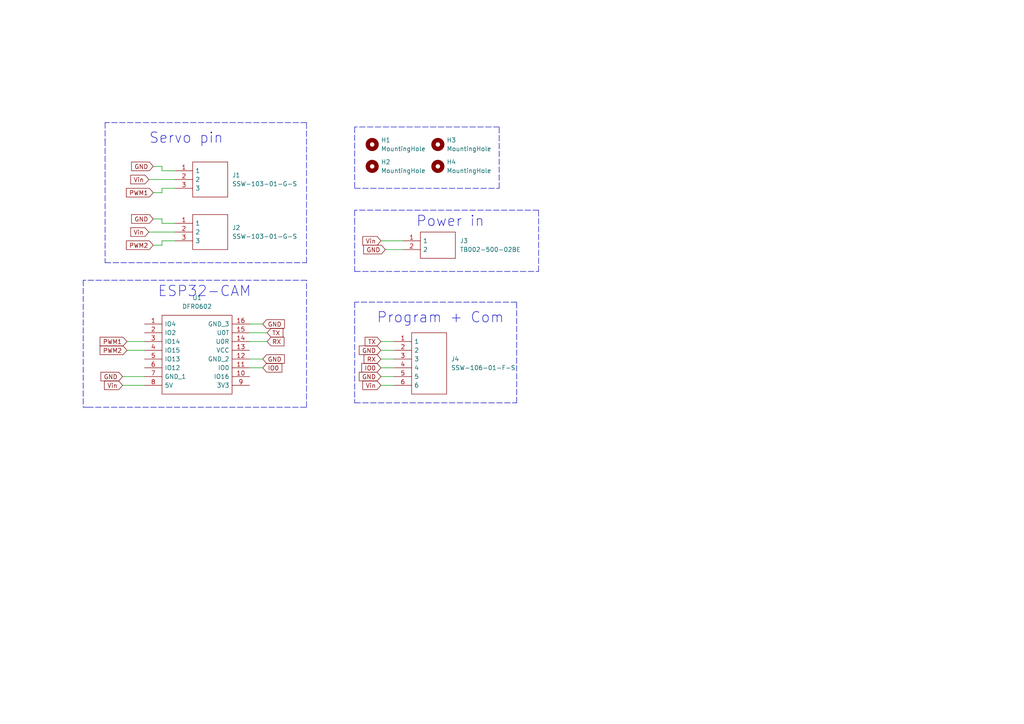
<source format=kicad_sch>
(kicad_sch (version 20211123) (generator eeschema)
  (paper "A4")
  (lib_symbols
    (symbol "Mechanical:MountingHole" (pin_names (offset 1.016))
      (property "Reference" "H" (at 0 5.08 0))
      (property "Value" "MountingHole" (at 0 3.175 0))
      (symbol "MountingHole_0_1"
        (circle (center 0 0) (radius 1.27) (stroke (width 1.27)))
      )
    )
    (symbol "SamacSys_Parts:DFR0602" (pin_names (offset 0.762))
      (property "Reference" "U" (at 26.67 7.62 0))
      (property "Value" "DFR0602" (at 26.67 5.08 0))
      (symbol "DFR0602_0_0"
        (pin passive line (at 0 0 0) (length 5.08) (name "IO4") (number "1"))
        (pin passive line (at 30.48 -15.24 180) (length 5.08) (name "IO16") (number "10"))
        (pin passive line (at 30.48 -12.7 180) (length 5.08) (name "IO0") (number "11"))
        (pin passive line (at 30.48 -10.16 180) (length 5.08) (name "GND_2") (number "12"))
        (pin passive line (at 30.48 -7.62 180) (length 5.08) (name "VCC") (number "13"))
        (pin passive line (at 30.48 -5.08 180) (length 5.08) (name "U0R") (number "14"))
        (pin passive line (at 30.48 -2.54 180) (length 5.08) (name "U0T") (number "15"))
        (pin passive line (at 30.48 0 180) (length 5.08) (name "GND_3") (number "16"))
        (pin passive line (at 0 -2.54 0) (length 5.08) (name "IO2") (number "2"))
        (pin passive line (at 0 -5.08 0) (length 5.08) (name "IO14") (number "3"))
        (pin passive line (at 0 -7.62 0) (length 5.08) (name "IO15") (number "4"))
        (pin passive line (at 0 -10.16 0) (length 5.08) (name "IO13") (number "5"))
        (pin passive line (at 0 -12.7 0) (length 5.08) (name "IO12") (number "6"))
        (pin passive line (at 0 -15.24 0) (length 5.08) (name "GND_1") (number "7"))
        (pin passive line (at 0 -17.78 0) (length 5.08) (name "5V") (number "8"))
        (pin passive line (at 30.48 -17.78 180) (length 5.08) (name "3V3") (number "9"))
      )
      (symbol "DFR0602_0_1"
        (polyline (pts (xy 5.08 2.54) (xy 25.4 2.54) (xy 25.4 -20.32) (xy 5.08 -20.32) (xy 5.08 2.54)) (stroke (width 0.1524)))
      )
    )
    (symbol "SamacSys_Parts:SSW-103-01-G-S" (pin_names (offset 0.762))
      (property "Reference" "J" (at 16.51 7.62 0))
      (property "Value" "SSW-103-01-G-S" (at 16.51 5.08 0))
      (symbol "SSW-103-01-G-S_0_0"
        (pin passive line (at 0 0 0) (length 5.08) (name "1") (number "1"))
        (pin passive line (at 0 -2.54 0) (length 5.08) (name "2") (number "2"))
        (pin passive line (at 0 -5.08 0) (length 5.08) (name "3") (number "3"))
      )
      (symbol "SSW-103-01-G-S_0_1"
        (polyline (pts (xy 5.08 2.54) (xy 15.24 2.54) (xy 15.24 -7.62) (xy 5.08 -7.62) (xy 5.08 2.54)) (stroke (width 0.1524)))
      )
    )
    (symbol "SamacSys_Parts:SSW-106-01-F-S" (pin_names (offset 0.762))
      (property "Reference" "J" (at 16.51 7.62 0))
      (property "Value" "SSW-106-01-F-S" (at 16.51 5.08 0))
      (symbol "SSW-106-01-F-S_0_0"
        (pin passive line (at 0 0 0) (length 5.08) (name "1") (number "1"))
        (pin passive line (at 0 -2.54 0) (length 5.08) (name "2") (number "2"))
        (pin passive line (at 0 -5.08 0) (length 5.08) (name "3") (number "3"))
        (pin passive line (at 0 -7.62 0) (length 5.08) (name "4") (number "4"))
        (pin passive line (at 0 -10.16 0) (length 5.08) (name "5") (number "5"))
        (pin passive line (at 0 -12.7 0) (length 5.08) (name "6") (number "6"))
      )
      (symbol "SSW-106-01-F-S_0_1"
        (polyline (pts (xy 5.08 2.54) (xy 15.24 2.54) (xy 15.24 -15.24) (xy 5.08 -15.24) (xy 5.08 2.54)) (stroke (width 0.1524)))
      )
    )
    (symbol "SamacSys_Parts:TB002-500-02BE" (pin_names (offset 0.762))
      (property "Reference" "J" (at 16.51 7.62 0))
      (property "Value" "TB002-500-02BE" (at 16.51 5.08 0))
      (symbol "TB002-500-02BE_0_0"
        (pin passive line (at 0 0 0) (length 5.08) (name "1") (number "1"))
        (pin passive line (at 0 -2.54 0) (length 5.08) (name "2") (number "2"))
      )
      (symbol "TB002-500-02BE_0_1"
        (polyline (pts (xy 5.08 2.54) (xy 15.24 2.54) (xy 15.24 -5.08) (xy 5.08 -5.08) (xy 5.08 2.54)) (stroke (width 0.1524)))
      )
    )
  )
  (polyline (pts (xy 102.87 60.96) (xy 102.87 63.5)))
  (polyline (pts (xy 102.87 78.74) (xy 156.21 78.74)))
  (wire (pts (xy 72.39 99.06) (xy 77.47 99.06)))
  (wire (pts (xy 43.18 67.31) (xy 50.8 67.31)))
  (wire (pts (xy 110.49 106.68) (xy 114.3 106.68)))
  (polyline (pts (xy 24.13 81.28) (xy 24.13 118.11)))
  (wire (pts (xy 110.49 101.6) (xy 114.3 101.6)))
  (wire (pts (xy 110.49 111.76) (xy 114.3 111.76)))
  (wire (pts (xy 72.39 104.14) (xy 76.2 104.14)))
  (wire (pts (xy 35.56 111.76) (xy 41.91 111.76)))
  (wire (pts (xy 46.99 69.85) (xy 50.8 69.85)))
  (wire (pts (xy 110.49 104.14) (xy 114.3 104.14)))
  (wire (pts (xy 44.45 55.88) (xy 46.99 55.88)))
  (wire (pts (xy 110.49 69.85) (xy 116.84 69.85)))
  (polyline (pts (xy 144.78 36.83) (xy 102.87 36.83)))
  (wire (pts (xy 72.39 93.98) (xy 76.2 93.98)))
  (wire (pts (xy 36.83 99.06) (xy 41.91 99.06)))
  (polyline (pts (xy 88.9 81.28) (xy 24.13 81.28)))
  (polyline (pts (xy 102.87 36.83) (xy 102.87 54.61)))
  (polyline (pts (xy 102.87 87.63) (xy 102.87 95.25)))
  (polyline (pts (xy 88.9 35.56) (xy 30.48 35.56)))
  (polyline (pts (xy 88.9 76.2) (xy 88.9 35.56)))
  (wire (pts (xy 110.49 99.06) (xy 114.3 99.06)))
  (wire (pts (xy 36.83 101.6) (xy 41.91 101.6)))
  (polyline (pts (xy 25.4 118.11) (xy 88.9 118.11)))
  (wire (pts (xy 44.45 63.5) (xy 46.99 63.5)))
  (wire (pts (xy 110.49 109.22) (xy 114.3 109.22)))
  (polyline (pts (xy 102.87 54.61) (xy 144.78 54.61)))
  (polyline (pts (xy 144.78 54.61) (xy 144.78 36.83)))
  (polyline (pts (xy 102.87 63.5) (xy 102.87 78.74)))
  (wire (pts (xy 46.99 48.26) (xy 46.99 49.53)))
  (wire (pts (xy 46.99 54.61) (xy 50.8 54.61)))
  (wire (pts (xy 46.99 49.53) (xy 50.8 49.53)))
  (wire (pts (xy 46.99 55.88) (xy 46.99 54.61)))
  (polyline (pts (xy 30.48 35.56) (xy 30.48 40.64)))
  (wire (pts (xy 111.76 72.39) (xy 116.84 72.39)))
  (wire (pts (xy 44.45 71.12) (xy 46.99 71.12)))
  (wire (pts (xy 46.99 64.77) (xy 50.8 64.77)))
  (wire (pts (xy 72.39 106.68) (xy 76.2 106.68)))
  (polyline (pts (xy 30.48 76.2) (xy 88.9 76.2)))
  (polyline (pts (xy 24.13 118.11) (xy 25.4 118.11)))
  (wire (pts (xy 46.99 71.12) (xy 46.99 69.85)))
  (polyline (pts (xy 30.48 40.64) (xy 30.48 76.2)))
  (polyline (pts (xy 102.87 116.84) (xy 149.86 116.84)))
  (polyline (pts (xy 88.9 118.11) (xy 88.9 81.28)))
  (polyline (pts (xy 149.86 87.63) (xy 102.87 87.63)))
  (polyline (pts (xy 102.87 95.25) (xy 102.87 116.84)))
  (wire (pts (xy 44.45 48.26) (xy 46.99 48.26)))
  (wire (pts (xy 72.39 96.52) (xy 77.47 96.52)))
  (polyline (pts (xy 156.21 78.74) (xy 156.21 60.96)))
  (wire (pts (xy 35.56 109.22) (xy 41.91 109.22)))
  (polyline (pts (xy 149.86 116.84) (xy 149.86 87.63)))
  (wire (pts (xy 46.99 63.5) (xy 46.99 64.77)))
  (polyline (pts (xy 156.21 60.96) (xy 102.87 60.96)))
  (wire (pts (xy 43.18 52.07) (xy 50.8 52.07)))
  (text "Servo pin" (at 43.18 41.91 0) (effects (font (size 3 3)) (justify left bottom)))
  (text "ESP32-CAM\n" (at 45.72 86.36 0) (effects (font (size 3 3)) (justify left bottom)))
  (text "Power in" (at 120.65 66.04 0) (effects (font (size 3 3)) (justify left bottom)))
  (text "Program + Com" (at 109.22 93.98 0) (effects (font (size 3 3)) (justify left bottom)))
  (global_label "Vin" (shape input) (at 43.18 67.31 180) (property "Intersheet References" "${INTERSHEET_REFS}" (effects hide)))
  (global_label "IO0" (shape input) (at 110.49 106.68 180) (property "Intersheet References" "${INTERSHEET_REFS}" (effects hide)))
  (global_label "TX" (shape input) (at 77.47 96.52 0) (property "Intersheet References" "${INTERSHEET_REFS}" (effects hide)))
  (global_label "GND" (shape input) (at 76.2 93.98 0) (property "Intersheet References" "${INTERSHEET_REFS}" (effects hide)))
  (global_label "RX" (shape input) (at 77.47 99.06 0) (property "Intersheet References" "${INTERSHEET_REFS}" (effects hide)))
  (global_label "GND" (shape input) (at 111.76 72.39 180) (property "Intersheet References" "${INTERSHEET_REFS}" (effects hide)))
  (global_label "TX" (shape input) (at 110.49 99.06 180) (property "Intersheet References" "${INTERSHEET_REFS}" (effects hide)))
  (global_label "GND" (shape input) (at 110.49 109.22 180) (property "Intersheet References" "${INTERSHEET_REFS}" (effects hide)))
  (global_label "Vin" (shape input) (at 110.49 69.85 180) (property "Intersheet References" "${INTERSHEET_REFS}" (effects hide)))
  (global_label "GND" (shape input) (at 35.56 109.22 180) (property "Intersheet References" "${INTERSHEET_REFS}" (effects hide)))
  (global_label "GND" (shape input) (at 110.49 101.6 180) (property "Intersheet References" "${INTERSHEET_REFS}" (effects hide)))
  (global_label "PWM1" (shape input) (at 36.83 99.06 180) (property "Intersheet References" "${INTERSHEET_REFS}" (effects hide)))
  (global_label "Vin" (shape input) (at 35.56 111.76 180) (property "Intersheet References" "${INTERSHEET_REFS}" (effects hide)))
  (global_label "IO0" (shape input) (at 76.2 106.68 0) (property "Intersheet References" "${INTERSHEET_REFS}" (effects hide)))
  (global_label "GND" (shape input) (at 76.2 104.14 0) (property "Intersheet References" "${INTERSHEET_REFS}" (effects hide)))
  (global_label "RX" (shape input) (at 110.49 104.14 180) (property "Intersheet References" "${INTERSHEET_REFS}" (effects hide)))
  (global_label "PWM2" (shape input) (at 36.83 101.6 180) (property "Intersheet References" "${INTERSHEET_REFS}" (effects hide)))
  (global_label "GND" (shape input) (at 44.45 63.5 180) (property "Intersheet References" "${INTERSHEET_REFS}" (effects hide)))
  (global_label "PWM2" (shape input) (at 44.45 71.12 180) (property "Intersheet References" "${INTERSHEET_REFS}" (effects hide)))
  (global_label "PWM1" (shape input) (at 44.45 55.88 180) (property "Intersheet References" "${INTERSHEET_REFS}" (effects hide)))
  (global_label "Vin" (shape input) (at 43.18 52.07 180) (property "Intersheet References" "${INTERSHEET_REFS}" (effects hide)))
  (global_label "GND" (shape input) (at 44.45 48.26 180) (property "Intersheet References" "${INTERSHEET_REFS}" (effects hide)))
  (global_label "Vin" (shape input) (at 110.49 111.76 180) (property "Intersheet References" "${INTERSHEET_REFS}" (effects hide)))
  (symbol (lib_id "Mechanical:MountingHole") (at 107.95 48.26 0) (unit 1)
    (property "Reference" "H2" (at 110.49 46.9899 0) (effects (justify left)))
    (property "Value" "MountingHole" (at 110.49 49.5299 0) (effects (justify left)))
    (property "Footprint" "MountingHole:MountingHole_3.2mm_M3" (effects hide))
  )
  (symbol (lib_id "SamacSys_Parts:SSW-103-01-G-S") (at 50.8 64.77 0) (unit 1)
    (property "Reference" "J2" (at 67.31 66.0399 0) (effects (justify left)))
    (property "Value" "SSW-103-01-G-S" (at 67.31 68.5799 0) (effects (justify left)))
    (property "Footprint" "SamacSys_Parts:RHDR3W64P0X254_1X3_813X241X851P" (effects hide))
    (property "Datasheet" "http://suddendocs.samtec.com/prints/ssw-1xx-xx-xxx-x-xx-xxx-xx-mkt.pdf" (effects hide))
    (property "Description" "3 Position, .100\" Tiger Buy Socket Strip" (effects hide))
    (property "Height" "8.51" (effects hide))
    (property "Manufacturer_Name" "SAMTEC" (effects hide))
    (property "Manufacturer_Part_Number" "SSW-103-01-G-S" (effects hide))
    (property "Mouser Part Number" "200-SSW10301GS" (effects hide))
    (property "Mouser Price/Stock" "https://www.mouser.co.uk/ProductDetail/Samtec/SSW-103-01-G-S?qs=rU5fayqh%252BE2RqqT6UA0Qew%3D%3D" (effects hide))
    (property "Arrow Part Number" "SSW-103-01-G-S" (effects hide))
    (property "Arrow Price/Stock" "https://www.arrow.com/en/products/ssw-103-01-g-s/samtec?region=nac" (effects hide))
  )
  (symbol (lib_id "SamacSys_Parts:DFR0602") (at 41.91 93.98 0) (unit 1)
    (property "Reference" "U1" (at 57.15 86.36 0))
    (property "Value" "DFR0602" (at 57.15 88.9 0))
    (property "Footprint" "SamacSys_Parts:DFR0602" (effects hide))
    (property "Datasheet" "https://media.digikey.com/pdf/Data%20Sheets/DFRobot%20PDFs/DFR0602_Web.pdf" (effects hide))
    (property "Description" "ESP32-CAM DEVELOPMENT BOARD" (effects hide))
    (property "Height" "4.5" (effects hide))
    (property "Manufacturer_Name" "DFRobot" (effects hide))
    (property "Manufacturer_Part_Number" "DFR0602" (effects hide))
    (property "Mouser Part Number" "426-DFR0602" (effects hide))
    (property "Mouser Price/Stock" "https://www.mouser.co.uk/ProductDetail/DFRobot/DFR0602?qs=%252B6g0mu59x7JJ3MEVzOSJWA%3D%3D" (effects hide))
    (property "Arrow Part Number" "DFR0602" (effects hide))
    (property "Arrow Price/Stock" "https://www.arrow.com/en/products/dfr0602/dfrobot?region=nac" (effects hide))
  )
  (symbol (lib_id "SamacSys_Parts:TB002-500-02BE") (at 116.84 69.85 0) (unit 1)
    (property "Reference" "J3" (at 133.35 69.8499 0) (effects (justify left)))
    (property "Value" "TB002-500-02BE" (at 133.35 72.3899 0) (effects (justify left)))
    (property "Footprint" "SamacSys_Parts:TB00250002BE" (effects hide))
    (property "Datasheet" "https://eu.mouser.com/datasheet/2/670/tb002_500-1550579.pdf" (effects hide))
    (property "Description" "Fixed Terminal Blocks Terminal block, screw type, 5.00, horizontal, 2 poles, CUI Blue, slotted screw, PCB mount" (effects hide))
    (property "Height" "10.4" (effects hide))
    (property "Manufacturer_Name" "CUI Inc." (effects hide))
    (property "Manufacturer_Part_Number" "TB002-500-02BE" (effects hide))
    (property "Mouser Part Number" "490-TB002-500-02BE" (effects hide))
    (property "Mouser Price/Stock" "https://www.mouser.co.uk/ProductDetail/CUI-Devices/TB002-500-02BE?qs=vLWxofP3U2x9716kcgva%2Fw%3D%3D" (effects hide))
    (property "Arrow Part Number" "TB002-500-02BE" (effects hide))
    (property "Arrow Price/Stock" "https://www.arrow.com/en/products/tb002-500-02be/cui-devices?region=nac" (effects hide))
  )
  (symbol (lib_id "SamacSys_Parts:SSW-103-01-G-S") (at 50.8 49.53 0) (unit 1)
    (property "Reference" "J1" (at 67.31 50.7999 0) (effects (justify left)))
    (property "Value" "SSW-103-01-G-S" (at 67.31 53.3399 0) (effects (justify left)))
    (property "Footprint" "SamacSys_Parts:RHDR3W64P0X254_1X3_813X241X851P" (effects hide))
    (property "Datasheet" "http://suddendocs.samtec.com/prints/ssw-1xx-xx-xxx-x-xx-xxx-xx-mkt.pdf" (effects hide))
    (property "Description" "3 Position, .100\" Tiger Buy Socket Strip" (effects hide))
    (property "Height" "8.51" (effects hide))
    (property "Manufacturer_Name" "SAMTEC" (effects hide))
    (property "Manufacturer_Part_Number" "SSW-103-01-G-S" (effects hide))
    (property "Mouser Part Number" "200-SSW10301GS" (effects hide))
    (property "Mouser Price/Stock" "https://www.mouser.co.uk/ProductDetail/Samtec/SSW-103-01-G-S?qs=rU5fayqh%252BE2RqqT6UA0Qew%3D%3D" (effects hide))
    (property "Arrow Part Number" "SSW-103-01-G-S" (effects hide))
    (property "Arrow Price/Stock" "https://www.arrow.com/en/products/ssw-103-01-g-s/samtec?region=nac" (effects hide))
  )
  (symbol (lib_id "SamacSys_Parts:SSW-106-01-F-S") (at 114.3 99.06 0) (unit 1)
    (property "Reference" "J4" (at 130.81 104.1399 0) (effects (justify left)))
    (property "Value" "SSW-106-01-F-S" (at 130.81 106.6799 0) (effects (justify left)))
    (property "Footprint" "SamacSys_Parts:RHDR6W79P0X254_1X6_1575X241X851P" (effects hide))
    (property "Datasheet" "http://suddendocs.samtec.com/prints/ssw-1xx-xx-xxx-x-xx-xxx-xx-mkt.pdf" (effects hide))
    (property "Description" "6 Position, .100&quot; Tiger Buy&trade; Socket Strip" (effects hide))
    (property "Height" "8.51" (effects hide))
    (property "Manufacturer_Name" "SAMTEC" (effects hide))
    (property "Manufacturer_Part_Number" "SSW-106-01-F-S" (effects hide))
    (property "Mouser Part Number" "200-SSW10601FS" (effects hide))
    (property "Mouser Price/Stock" "https://www.mouser.co.uk/ProductDetail/Samtec/SSW-106-01-F-S?qs=rU5fayqh%252BE2eXMy4s5uHfA%3D%3D" (effects hide))
    (property "Arrow Part Number" "SSW-106-01-F-S" (effects hide))
    (property "Arrow Price/Stock" "https://www.arrow.com/en/products/ssw-106-01-f-s/samtec?region=nac" (effects hide))
  )
  (symbol (lib_id "Mechanical:MountingHole") (at 127 41.91 0) (unit 1)
    (property "Reference" "H3" (at 129.54 40.6399 0) (effects (justify left)))
    (property "Value" "MountingHole" (at 129.54 43.1799 0) (effects (justify left)))
    (property "Footprint" "MountingHole:MountingHole_3.2mm_M3" (effects hide))
  )
  (symbol (lib_id "Mechanical:MountingHole") (at 127 48.26 0) (unit 1)
    (property "Reference" "H4" (at 129.54 46.9899 0) (effects (justify left)))
    (property "Value" "MountingHole" (at 129.54 49.5299 0) (effects (justify left)))
    (property "Footprint" "MountingHole:MountingHole_3.2mm_M3" (effects hide))
  )
  (symbol (lib_id "Mechanical:MountingHole") (at 107.95 41.91 0) (unit 1)
    (property "Reference" "H1" (at 110.49 40.6399 0) (effects (justify left)))
    (property "Value" "MountingHole" (at 110.49 43.1799 0) (effects (justify left)))
    (property "Footprint" "MountingHole:MountingHole_3.2mm_M3" (effects hide))
  )
)
</source>
